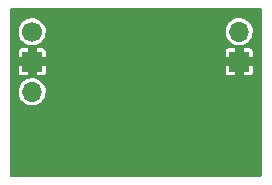
<source format=gbr>
%TF.GenerationSoftware,KiCad,Pcbnew,(6.0.7)*%
%TF.CreationDate,2022-10-05T07:55:04+03:00*%
%TF.ProjectId,Basic-150-MHz-Telemetry-Transmitter-SMD,42617369-632d-4313-9530-2d4d487a2d54,rev?*%
%TF.SameCoordinates,Original*%
%TF.FileFunction,Copper,L2,Bot*%
%TF.FilePolarity,Positive*%
%FSLAX46Y46*%
G04 Gerber Fmt 4.6, Leading zero omitted, Abs format (unit mm)*
G04 Created by KiCad (PCBNEW (6.0.7)) date 2022-10-05 07:55:04*
%MOMM*%
%LPD*%
G01*
G04 APERTURE LIST*
%TA.AperFunction,ComponentPad*%
%ADD10C,1.700000*%
%TD*%
%TA.AperFunction,ComponentPad*%
%ADD11R,1.700000X1.700000*%
%TD*%
%TA.AperFunction,ComponentPad*%
%ADD12O,1.700000X1.700000*%
%TD*%
%TA.AperFunction,ViaPad*%
%ADD13C,0.620000*%
%TD*%
G04 APERTURE END LIST*
D10*
%TO.P,J1,1,Pin_1*%
%TO.N,Net-(C1-Pad2)*%
X42246650Y-42359100D03*
D11*
%TO.P,J1,2,Pin_2*%
%TO.N,GND*%
X42246650Y-44899100D03*
D12*
%TO.P,J1,3,Pin_3*%
%TO.N,data*%
X42246650Y-47439100D03*
%TD*%
D11*
%TO.P,J2,1,Pin_1*%
%TO.N,GND*%
X59772650Y-44884100D03*
D12*
%TO.P,J2,2,Pin_2*%
%TO.N,Net-(J2-Pad2)*%
X59772650Y-42344100D03*
%TD*%
D13*
%TO.N,GND*%
X54718050Y-48338500D03*
X45167650Y-46179500D03*
X45269250Y-48186100D03*
X47809250Y-53189900D03*
%TD*%
%TA.AperFunction,Conductor*%
%TO.N,GND*%
G36*
X61639091Y-40369407D02*
G01*
X61675055Y-40418907D01*
X61679900Y-40449500D01*
X61679900Y-54550500D01*
X61660993Y-54608691D01*
X61611493Y-54644655D01*
X61580900Y-54649500D01*
X40479900Y-54649500D01*
X40421709Y-54630593D01*
X40385745Y-54581093D01*
X40380900Y-54550500D01*
X40380900Y-47408854D01*
X41091617Y-47408854D01*
X41105446Y-47619849D01*
X41106562Y-47624242D01*
X41106562Y-47624244D01*
X41129137Y-47713132D01*
X41157495Y-47824790D01*
X41159397Y-47828915D01*
X41159397Y-47828916D01*
X41198168Y-47913016D01*
X41246019Y-48016814D01*
X41368055Y-48189491D01*
X41519515Y-48337037D01*
X41523288Y-48339558D01*
X41691549Y-48451987D01*
X41691552Y-48451989D01*
X41695327Y-48454511D01*
X41792122Y-48496097D01*
X41885424Y-48536183D01*
X41885428Y-48536184D01*
X41889603Y-48537978D01*
X41894037Y-48538981D01*
X41894036Y-48538981D01*
X42091410Y-48583643D01*
X42091415Y-48583644D01*
X42095836Y-48584644D01*
X42201478Y-48588795D01*
X42302587Y-48592768D01*
X42302588Y-48592768D01*
X42307120Y-48592946D01*
X42516380Y-48562604D01*
X42520679Y-48561145D01*
X42520682Y-48561144D01*
X42712304Y-48496097D01*
X42716605Y-48494637D01*
X42901092Y-48391319D01*
X43063662Y-48256112D01*
X43198869Y-48093542D01*
X43302187Y-47909055D01*
X43303647Y-47904754D01*
X43368694Y-47713132D01*
X43368695Y-47713129D01*
X43370154Y-47708830D01*
X43400496Y-47499570D01*
X43402079Y-47439100D01*
X43382731Y-47228540D01*
X43325336Y-47025031D01*
X43231815Y-46835390D01*
X43105301Y-46665967D01*
X42950031Y-46522437D01*
X42771204Y-46409605D01*
X42574810Y-46331252D01*
X42367425Y-46290001D01*
X42263249Y-46288637D01*
X42160536Y-46287292D01*
X42160531Y-46287292D01*
X42155996Y-46287233D01*
X42151523Y-46288002D01*
X42151518Y-46288002D01*
X42048251Y-46305747D01*
X41947603Y-46323041D01*
X41749225Y-46396227D01*
X41745326Y-46398546D01*
X41745321Y-46398549D01*
X41571412Y-46502014D01*
X41567506Y-46504338D01*
X41564091Y-46507333D01*
X41564088Y-46507335D01*
X41549627Y-46520017D01*
X41408531Y-46643755D01*
X41277626Y-46809808D01*
X41179173Y-46996936D01*
X41116470Y-47198873D01*
X41091617Y-47408854D01*
X40380900Y-47408854D01*
X40380900Y-45790739D01*
X41096650Y-45790739D01*
X41096996Y-45796585D01*
X41098884Y-45812453D01*
X41102778Y-45826619D01*
X41141420Y-45913614D01*
X41151596Y-45928421D01*
X41217758Y-45994467D01*
X41232581Y-46004617D01*
X41319630Y-46043100D01*
X41333835Y-46046973D01*
X41349230Y-46048768D01*
X41354942Y-46049100D01*
X41855970Y-46049100D01*
X41868655Y-46044978D01*
X41871650Y-46040857D01*
X41871650Y-46033420D01*
X42621650Y-46033420D01*
X42625772Y-46046105D01*
X42629893Y-46049100D01*
X43138289Y-46049100D01*
X43144135Y-46048754D01*
X43160003Y-46046866D01*
X43174169Y-46042972D01*
X43261164Y-46004330D01*
X43275971Y-45994154D01*
X43342017Y-45927992D01*
X43352167Y-45913169D01*
X43390650Y-45826120D01*
X43394523Y-45811915D01*
X43396318Y-45796520D01*
X43396650Y-45790808D01*
X43396650Y-45775739D01*
X58622650Y-45775739D01*
X58622996Y-45781585D01*
X58624884Y-45797453D01*
X58628778Y-45811619D01*
X58667420Y-45898614D01*
X58677596Y-45913421D01*
X58743758Y-45979467D01*
X58758581Y-45989617D01*
X58845630Y-46028100D01*
X58859835Y-46031973D01*
X58875230Y-46033768D01*
X58880942Y-46034100D01*
X59381970Y-46034100D01*
X59394655Y-46029978D01*
X59397650Y-46025857D01*
X59397650Y-46018420D01*
X60147650Y-46018420D01*
X60151772Y-46031105D01*
X60155893Y-46034100D01*
X60664289Y-46034100D01*
X60670135Y-46033754D01*
X60686003Y-46031866D01*
X60700169Y-46027972D01*
X60787164Y-45989330D01*
X60801971Y-45979154D01*
X60868017Y-45912992D01*
X60878167Y-45898169D01*
X60916650Y-45811120D01*
X60920523Y-45796915D01*
X60922318Y-45781520D01*
X60922650Y-45775808D01*
X60922650Y-45274780D01*
X60918528Y-45262095D01*
X60914407Y-45259100D01*
X60163330Y-45259100D01*
X60150645Y-45263222D01*
X60147650Y-45267343D01*
X60147650Y-46018420D01*
X59397650Y-46018420D01*
X59397650Y-45274780D01*
X59393528Y-45262095D01*
X59389407Y-45259100D01*
X58638330Y-45259100D01*
X58625645Y-45263222D01*
X58622650Y-45267343D01*
X58622650Y-45775739D01*
X43396650Y-45775739D01*
X43396650Y-45289780D01*
X43392528Y-45277095D01*
X43388407Y-45274100D01*
X42637330Y-45274100D01*
X42624645Y-45278222D01*
X42621650Y-45282343D01*
X42621650Y-46033420D01*
X41871650Y-46033420D01*
X41871650Y-45289780D01*
X41867528Y-45277095D01*
X41863407Y-45274100D01*
X41112330Y-45274100D01*
X41099645Y-45278222D01*
X41096650Y-45282343D01*
X41096650Y-45790739D01*
X40380900Y-45790739D01*
X40380900Y-44508420D01*
X41096650Y-44508420D01*
X41100772Y-44521105D01*
X41104893Y-44524100D01*
X41855970Y-44524100D01*
X41868655Y-44519978D01*
X41871650Y-44515857D01*
X41871650Y-44508420D01*
X42621650Y-44508420D01*
X42625772Y-44521105D01*
X42629893Y-44524100D01*
X43380970Y-44524100D01*
X43393655Y-44519978D01*
X43396650Y-44515857D01*
X43396650Y-44493420D01*
X58622650Y-44493420D01*
X58626772Y-44506105D01*
X58630893Y-44509100D01*
X59381970Y-44509100D01*
X59394655Y-44504978D01*
X59397650Y-44500857D01*
X59397650Y-44493420D01*
X60147650Y-44493420D01*
X60151772Y-44506105D01*
X60155893Y-44509100D01*
X60906970Y-44509100D01*
X60919655Y-44504978D01*
X60922650Y-44500857D01*
X60922650Y-43992461D01*
X60922304Y-43986615D01*
X60920416Y-43970747D01*
X60916522Y-43956581D01*
X60877880Y-43869586D01*
X60867704Y-43854779D01*
X60801542Y-43788733D01*
X60786719Y-43778583D01*
X60699670Y-43740100D01*
X60685465Y-43736227D01*
X60670070Y-43734432D01*
X60664358Y-43734100D01*
X60163330Y-43734100D01*
X60150645Y-43738222D01*
X60147650Y-43742343D01*
X60147650Y-44493420D01*
X59397650Y-44493420D01*
X59397650Y-43749780D01*
X59393528Y-43737095D01*
X59389407Y-43734100D01*
X58881011Y-43734100D01*
X58875165Y-43734446D01*
X58859297Y-43736334D01*
X58845131Y-43740228D01*
X58758136Y-43778870D01*
X58743329Y-43789046D01*
X58677283Y-43855208D01*
X58667133Y-43870031D01*
X58628650Y-43957080D01*
X58624777Y-43971285D01*
X58622982Y-43986680D01*
X58622650Y-43992392D01*
X58622650Y-44493420D01*
X43396650Y-44493420D01*
X43396650Y-44007461D01*
X43396304Y-44001615D01*
X43394416Y-43985747D01*
X43390522Y-43971581D01*
X43351880Y-43884586D01*
X43341704Y-43869779D01*
X43275542Y-43803733D01*
X43260719Y-43793583D01*
X43173670Y-43755100D01*
X43159465Y-43751227D01*
X43144070Y-43749432D01*
X43138358Y-43749100D01*
X42637330Y-43749100D01*
X42624645Y-43753222D01*
X42621650Y-43757343D01*
X42621650Y-44508420D01*
X41871650Y-44508420D01*
X41871650Y-43764780D01*
X41867528Y-43752095D01*
X41863407Y-43749100D01*
X41355011Y-43749100D01*
X41349165Y-43749446D01*
X41333297Y-43751334D01*
X41319131Y-43755228D01*
X41232136Y-43793870D01*
X41217329Y-43804046D01*
X41151283Y-43870208D01*
X41141133Y-43885031D01*
X41102650Y-43972080D01*
X41098777Y-43986285D01*
X41096982Y-44001680D01*
X41096650Y-44007392D01*
X41096650Y-44508420D01*
X40380900Y-44508420D01*
X40380900Y-42328854D01*
X41091617Y-42328854D01*
X41105446Y-42539849D01*
X41106562Y-42544242D01*
X41106562Y-42544244D01*
X41129137Y-42633132D01*
X41157495Y-42744790D01*
X41159397Y-42748915D01*
X41159397Y-42748916D01*
X41198168Y-42833016D01*
X41246019Y-42936814D01*
X41368055Y-43109491D01*
X41519515Y-43257037D01*
X41523288Y-43259558D01*
X41691549Y-43371987D01*
X41691552Y-43371989D01*
X41695327Y-43374511D01*
X41792122Y-43416097D01*
X41885424Y-43456183D01*
X41885428Y-43456184D01*
X41889603Y-43457978D01*
X41894037Y-43458981D01*
X41894036Y-43458981D01*
X42091410Y-43503643D01*
X42091415Y-43503644D01*
X42095836Y-43504644D01*
X42201478Y-43508795D01*
X42302587Y-43512768D01*
X42302588Y-43512768D01*
X42307120Y-43512946D01*
X42516380Y-43482604D01*
X42520679Y-43481145D01*
X42520682Y-43481144D01*
X42712304Y-43416097D01*
X42716605Y-43414637D01*
X42740783Y-43401097D01*
X42897131Y-43313537D01*
X42901092Y-43311319D01*
X43063662Y-43176112D01*
X43198869Y-43013542D01*
X43302187Y-42829055D01*
X43308739Y-42809754D01*
X43368694Y-42633132D01*
X43368695Y-42633129D01*
X43370154Y-42628830D01*
X43400496Y-42419570D01*
X43400966Y-42401645D01*
X43402003Y-42362014D01*
X43402003Y-42362009D01*
X43402079Y-42359100D01*
X43400969Y-42347014D01*
X43397922Y-42313854D01*
X58617617Y-42313854D01*
X58631446Y-42524849D01*
X58632562Y-42529242D01*
X58632562Y-42529244D01*
X58655137Y-42618132D01*
X58683495Y-42729790D01*
X58685397Y-42733915D01*
X58685397Y-42733916D01*
X58729257Y-42829055D01*
X58772019Y-42921814D01*
X58894055Y-43094491D01*
X59045515Y-43242037D01*
X59049288Y-43244558D01*
X59217549Y-43356987D01*
X59217552Y-43356989D01*
X59221327Y-43359511D01*
X59318122Y-43401097D01*
X59411424Y-43441183D01*
X59411428Y-43441184D01*
X59415603Y-43442978D01*
X59420037Y-43443981D01*
X59420036Y-43443981D01*
X59617410Y-43488643D01*
X59617415Y-43488644D01*
X59621836Y-43489644D01*
X59727478Y-43493795D01*
X59828587Y-43497768D01*
X59828588Y-43497768D01*
X59833120Y-43497946D01*
X60042380Y-43467604D01*
X60046679Y-43466145D01*
X60046682Y-43466144D01*
X60238304Y-43401097D01*
X60242605Y-43399637D01*
X60291978Y-43371987D01*
X60396347Y-43313537D01*
X60427092Y-43296319D01*
X60589662Y-43161112D01*
X60724869Y-42998542D01*
X60776528Y-42906298D01*
X60825969Y-42818016D01*
X60825970Y-42818014D01*
X60828187Y-42814055D01*
X60851699Y-42744790D01*
X60894694Y-42618132D01*
X60894695Y-42618129D01*
X60896154Y-42613830D01*
X60926496Y-42404570D01*
X60927687Y-42359100D01*
X60928003Y-42347014D01*
X60928003Y-42347009D01*
X60928079Y-42344100D01*
X60926265Y-42324350D01*
X60917843Y-42232701D01*
X60908731Y-42133540D01*
X60856800Y-41949406D01*
X60852570Y-41934406D01*
X60852570Y-41934405D01*
X60851336Y-41930031D01*
X60757815Y-41740390D01*
X60631301Y-41570967D01*
X60476031Y-41427437D01*
X60471120Y-41424338D01*
X60301041Y-41317026D01*
X60297204Y-41314605D01*
X60100810Y-41236252D01*
X59893425Y-41195001D01*
X59789249Y-41193637D01*
X59686536Y-41192292D01*
X59686531Y-41192292D01*
X59681996Y-41192233D01*
X59677523Y-41193002D01*
X59677518Y-41193002D01*
X59578934Y-41209942D01*
X59473603Y-41228041D01*
X59275225Y-41301227D01*
X59271326Y-41303546D01*
X59271321Y-41303549D01*
X59097412Y-41407014D01*
X59093506Y-41409338D01*
X59090091Y-41412333D01*
X59090088Y-41412335D01*
X58986912Y-41502818D01*
X58934531Y-41548755D01*
X58803626Y-41714808D01*
X58705173Y-41901936D01*
X58642470Y-42103873D01*
X58617617Y-42313854D01*
X43397922Y-42313854D01*
X43383146Y-42153060D01*
X43382731Y-42148540D01*
X43325336Y-41945031D01*
X43231815Y-41755390D01*
X43105301Y-41585967D01*
X42950031Y-41442437D01*
X42931138Y-41430516D01*
X42775041Y-41332026D01*
X42771204Y-41329605D01*
X42574810Y-41251252D01*
X42367425Y-41210001D01*
X42263249Y-41208637D01*
X42160536Y-41207292D01*
X42160531Y-41207292D01*
X42155996Y-41207233D01*
X42151523Y-41208002D01*
X42151518Y-41208002D01*
X42048251Y-41225747D01*
X41947603Y-41243041D01*
X41749225Y-41316227D01*
X41745326Y-41318546D01*
X41745321Y-41318549D01*
X41587681Y-41412335D01*
X41567506Y-41424338D01*
X41564091Y-41427333D01*
X41564088Y-41427335D01*
X41563972Y-41427437D01*
X41408531Y-41563755D01*
X41277626Y-41729808D01*
X41275512Y-41733826D01*
X41272059Y-41740390D01*
X41179173Y-41916936D01*
X41171715Y-41940955D01*
X41121128Y-42103873D01*
X41116470Y-42118873D01*
X41115936Y-42123383D01*
X41115936Y-42123384D01*
X41115252Y-42129168D01*
X41091617Y-42328854D01*
X40380900Y-42328854D01*
X40380900Y-40449500D01*
X40399807Y-40391309D01*
X40449307Y-40355345D01*
X40479900Y-40350500D01*
X61580900Y-40350500D01*
X61639091Y-40369407D01*
G37*
%TD.AperFunction*%
%TD*%
M02*

</source>
